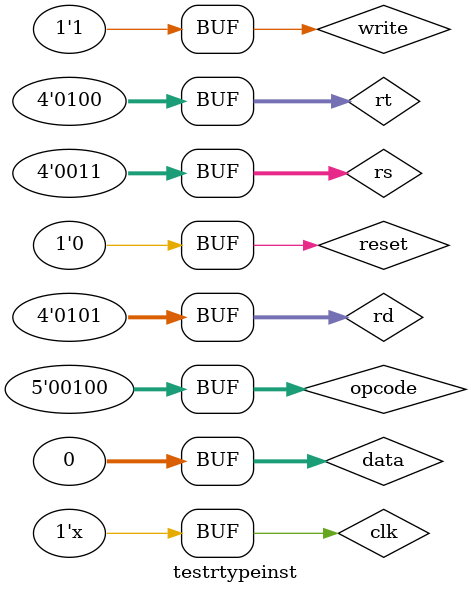
<source format=v>
`timescale 1ns / 1ps


module testrtypeinst;

	// Inputs
	reg clk;
	reg reset;
	reg [3:0] rs;
	reg [3:0] rt;
	reg [3:0] rd;
	reg [31:0] data;
	reg write;
	reg [4:0] opcode;

	// Outputs
	wire [31:0] out;
	wire cout;
	wire [31:0] rd1;
	wire [31:0] rd2;

	// Instantiate the Unit Under Test (UUT)
	Rtypeinst uut (
		.out(out), 
		.cout(cout), 
		.rd1(rd1), 
		.rd2(rd2), 
		.clk(clk), 
		.reset(reset), 
		.rs(rs), 
		.rt(rt), 
		.rd(rd), 
		.data(data), 
		.write(write), 
		.opcode(opcode)
	);

	initial begin
		// Initialize Inputs
		clk = 0;
		reset = 1;
		rs = 0;
		rt = 1;
		rd = 2;
		data = 0;
		write = 0;
		opcode = 0;
		#40
		reset = 0;
		
		// Wait 100 ns for global reset to finish
		rs = 0;
		rt = 1;
		rd = 2;
		data = 0;
		write = 1;
		opcode = 0;
		#100;
		
		rs = 1;
		rt = 2;
		rd = 3;
		data = 0;
		write = 1;
		opcode = 4;
		#100;
		
		rs = 2;
		rt = 3;
		rd = 4;
		data = 0;
		write = 1;
		opcode = 0;
		#100;
		
		rs = 3;
		rt = 4;
		rd = 5;
		data = 0;
		write = 1;
		opcode = 4;
		#100;
      
		// Add stimulus here

	end
   always #20 clk = ~clk; 
endmodule


</source>
